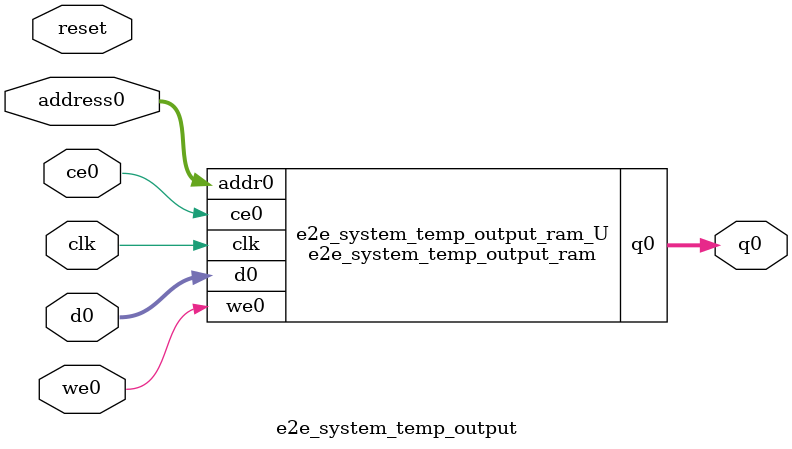
<source format=v>
`timescale 1 ns / 1 ps
module e2e_system_temp_output_ram (addr0, ce0, d0, we0, q0,  clk);

parameter DWIDTH = 32;
parameter AWIDTH = 6;
parameter MEM_SIZE = 33;

input[AWIDTH-1:0] addr0;
input ce0;
input[DWIDTH-1:0] d0;
input we0;
output reg[DWIDTH-1:0] q0;
input clk;

(* ram_style = "block" *)reg [DWIDTH-1:0] ram[0:MEM_SIZE-1];




always @(posedge clk)  
begin 
    if (ce0) begin
        if (we0) 
            ram[addr0] <= d0; 
        q0 <= ram[addr0];
    end
end


endmodule

`timescale 1 ns / 1 ps
module e2e_system_temp_output(
    reset,
    clk,
    address0,
    ce0,
    we0,
    d0,
    q0);

parameter DataWidth = 32'd32;
parameter AddressRange = 32'd33;
parameter AddressWidth = 32'd6;
input reset;
input clk;
input[AddressWidth - 1:0] address0;
input ce0;
input we0;
input[DataWidth - 1:0] d0;
output[DataWidth - 1:0] q0;



e2e_system_temp_output_ram e2e_system_temp_output_ram_U(
    .clk( clk ),
    .addr0( address0 ),
    .ce0( ce0 ),
    .we0( we0 ),
    .d0( d0 ),
    .q0( q0 ));

endmodule


</source>
